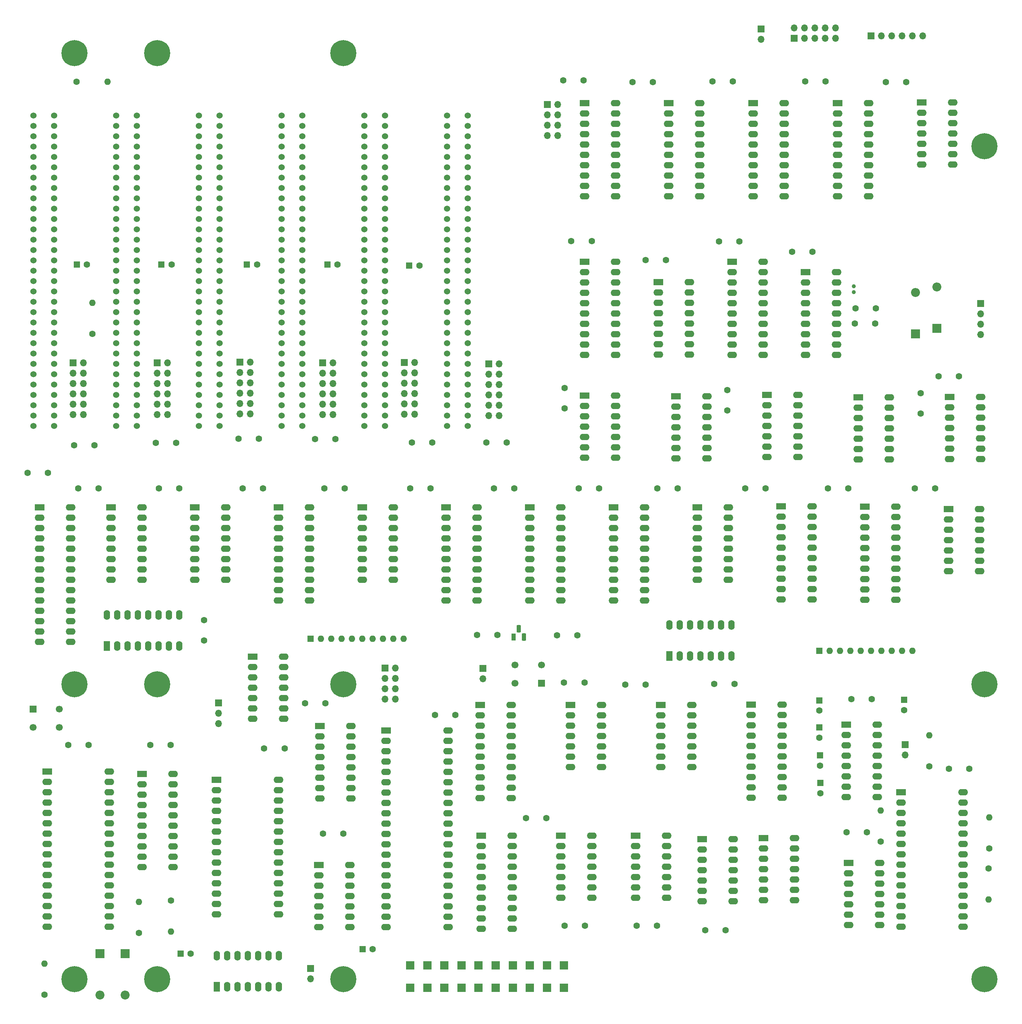
<source format=gbs>
%TF.GenerationSoftware,KiCad,Pcbnew,9.0.2*%
%TF.CreationDate,2025-10-12T15:23:32-05:00*%
%TF.ProjectId,6502PC-6U,36353032-5043-42d3-9655-2e6b69636164,6/20/2025 004*%
%TF.SameCoordinates,Original*%
%TF.FileFunction,Soldermask,Bot*%
%TF.FilePolarity,Negative*%
%FSLAX46Y46*%
G04 Gerber Fmt 4.6, Leading zero omitted, Abs format (unit mm)*
G04 Created by KiCad (PCBNEW 9.0.2) date 2025-10-12 15:23:32*
%MOMM*%
%LPD*%
G01*
G04 APERTURE LIST*
G04 Aperture macros list*
%AMRoundRect*
0 Rectangle with rounded corners*
0 $1 Rounding radius*
0 $2 $3 $4 $5 $6 $7 $8 $9 X,Y pos of 4 corners*
0 Add a 4 corners polygon primitive as box body*
4,1,4,$2,$3,$4,$5,$6,$7,$8,$9,$2,$3,0*
0 Add four circle primitives for the rounded corners*
1,1,$1+$1,$2,$3*
1,1,$1+$1,$4,$5*
1,1,$1+$1,$6,$7*
1,1,$1+$1,$8,$9*
0 Add four rect primitives between the rounded corners*
20,1,$1+$1,$2,$3,$4,$5,0*
20,1,$1+$1,$4,$5,$6,$7,0*
20,1,$1+$1,$6,$7,$8,$9,0*
20,1,$1+$1,$8,$9,$2,$3,0*%
G04 Aperture macros list end*
%ADD10R,2.400000X1.600000*%
%ADD11O,2.400000X1.600000*%
%ADD12R,1.700000X1.700000*%
%ADD13C,1.700000*%
%ADD14O,1.700000X1.700000*%
%ADD15R,1.600000X1.600000*%
%ADD16O,1.600000X1.600000*%
%ADD17C,1.600000*%
%ADD18R,1.600000X2.400000*%
%ADD19O,1.600000X2.400000*%
%ADD20R,2.200000X2.200000*%
%ADD21O,2.200000X2.200000*%
%ADD22C,1.000000*%
%ADD23C,3.600000*%
%ADD24C,6.400000*%
%ADD25R,2.125980X2.125980*%
%ADD26C,1.524000*%
%ADD27R,1.100000X1.800000*%
%ADD28RoundRect,0.275000X-0.275000X-0.625000X0.275000X-0.625000X0.275000X0.625000X-0.275000X0.625000X0*%
G04 APERTURE END LIST*
D10*
%TO.C,U13*%
X159512000Y-232664000D03*
D11*
X159512000Y-235204000D03*
X159512000Y-237744000D03*
X159512000Y-240284000D03*
X159512000Y-242824000D03*
X159512000Y-245364000D03*
X159512000Y-247904000D03*
X159512000Y-250444000D03*
X159512000Y-252984000D03*
X159512000Y-255524000D03*
X159512000Y-258064000D03*
X159512000Y-260604000D03*
X159512000Y-263144000D03*
X159512000Y-265684000D03*
X159512000Y-268224000D03*
X159512000Y-270764000D03*
X159512000Y-273304000D03*
X159512000Y-275844000D03*
X159512000Y-278384000D03*
X159512000Y-280924000D03*
X174752000Y-280924000D03*
X174752000Y-278384000D03*
X174752000Y-275844000D03*
X174752000Y-273304000D03*
X174752000Y-270764000D03*
X174752000Y-268224000D03*
X174752000Y-265684000D03*
X174752000Y-263144000D03*
X174752000Y-260604000D03*
X174752000Y-258064000D03*
X174752000Y-255524000D03*
X174752000Y-252984000D03*
X174752000Y-250444000D03*
X174752000Y-247904000D03*
X174752000Y-245364000D03*
X174752000Y-242824000D03*
X174752000Y-240284000D03*
X174752000Y-237744000D03*
X174752000Y-235204000D03*
X174752000Y-232664000D03*
%TD*%
D10*
%TO.C,U11*%
X117820000Y-244750000D03*
D11*
X117820000Y-247290000D03*
X117820000Y-249830000D03*
X117820000Y-252370000D03*
X117820000Y-254910000D03*
X117820000Y-257450000D03*
X117820000Y-259990000D03*
X117820000Y-262530000D03*
X117820000Y-265070000D03*
X117820000Y-267610000D03*
X117820000Y-270150000D03*
X117820000Y-272690000D03*
X117820000Y-275230000D03*
X117820000Y-277770000D03*
X133060000Y-277770000D03*
X133060000Y-275230000D03*
X133060000Y-272690000D03*
X133060000Y-270150000D03*
X133060000Y-267610000D03*
X133060000Y-265070000D03*
X133060000Y-262530000D03*
X133060000Y-259990000D03*
X133060000Y-257450000D03*
X133060000Y-254910000D03*
X133060000Y-252370000D03*
X133060000Y-249830000D03*
X133060000Y-247290000D03*
X133060000Y-244750000D03*
%TD*%
D12*
%TO.C,SW1*%
X72764200Y-227386200D03*
D13*
X79264200Y-227386200D03*
X72764200Y-231886200D03*
X79264200Y-231886200D03*
%TD*%
D12*
%TO.C,SW2*%
X197668200Y-221042800D03*
D13*
X191168200Y-221042800D03*
X197668200Y-216542800D03*
X191168200Y-216542800D03*
%TD*%
D12*
%TO.C,P16*%
X305577200Y-127806800D03*
D14*
X305577200Y-130346800D03*
X305577200Y-132886800D03*
X305577200Y-135426800D03*
%TD*%
D12*
%TO.C,K1*%
X118364000Y-225882200D03*
D14*
X118364000Y-228422200D03*
X118364000Y-230962200D03*
%TD*%
D12*
%TO.C,P12*%
X140988600Y-291033600D03*
D14*
X140988600Y-293573600D03*
%TD*%
D12*
%TO.C,JP1*%
X183289800Y-217417400D03*
D14*
X183289800Y-219957400D03*
%TD*%
D12*
%TO.C,JP3*%
X286994600Y-236118400D03*
D14*
X286994600Y-238658400D03*
%TD*%
D15*
%TO.C,RR1*%
X265938000Y-213055200D03*
D16*
X268478000Y-213055200D03*
X271018000Y-213055200D03*
X273558000Y-213055200D03*
X276098000Y-213055200D03*
X278638000Y-213055200D03*
X281178000Y-213055200D03*
X283718000Y-213055200D03*
X286258000Y-213055200D03*
X288798000Y-213055200D03*
%TD*%
D15*
%TO.C,RR2*%
X140970000Y-210108800D03*
D16*
X143510000Y-210108800D03*
X146050000Y-210108800D03*
X148590000Y-210108800D03*
X151130000Y-210108800D03*
X153670000Y-210108800D03*
X156210000Y-210108800D03*
X158750000Y-210108800D03*
X161290000Y-210108800D03*
X163830000Y-210108800D03*
%TD*%
D17*
%TO.C,R6*%
X307695600Y-261645400D03*
D16*
X307695600Y-254025400D03*
%TD*%
D17*
%TO.C,R7*%
X281017400Y-259915000D03*
D16*
X281017400Y-252295000D03*
%TD*%
D17*
%TO.C,R4*%
X292938200Y-241477800D03*
D16*
X292938200Y-233857800D03*
%TD*%
D17*
%TO.C,R1*%
X106654600Y-274396200D03*
D16*
X106654600Y-282016200D03*
%TD*%
D17*
%TO.C,R3*%
X98780600Y-282321000D03*
D16*
X98780600Y-274701000D03*
%TD*%
D17*
%TO.C,R2*%
X75582200Y-297507000D03*
D16*
X75582200Y-289887000D03*
%TD*%
D12*
%TO.C,P18*%
X259715000Y-62687200D03*
D14*
X259715000Y-60147200D03*
X262255000Y-62687200D03*
X262255000Y-60147200D03*
X264795000Y-62687200D03*
X264795000Y-60147200D03*
X267335000Y-62687200D03*
X267335000Y-60147200D03*
X269875000Y-62687200D03*
X269875000Y-60147200D03*
%TD*%
D12*
%TO.C,P15*%
X159220800Y-217312400D03*
D14*
X161760800Y-217312400D03*
X159220800Y-219852400D03*
X161760800Y-219852400D03*
X159220800Y-222392400D03*
X161760800Y-222392400D03*
X159220800Y-224932400D03*
X161760800Y-224932400D03*
%TD*%
D12*
%TO.C,P1*%
X199161400Y-78994000D03*
D14*
X201701400Y-78994000D03*
X199161400Y-81534000D03*
X201701400Y-81534000D03*
X199161400Y-84074000D03*
X201701400Y-84074000D03*
X199161400Y-86614000D03*
X201701400Y-86614000D03*
%TD*%
D10*
%TO.C,U9*%
X253099900Y-150266400D03*
D11*
X253099900Y-152806400D03*
X253099900Y-155346400D03*
X253099900Y-157886400D03*
X253099900Y-160426400D03*
X253099900Y-162966400D03*
X253099900Y-165506400D03*
X260719900Y-165506400D03*
X260719900Y-162966400D03*
X260719900Y-160426400D03*
X260719900Y-157886400D03*
X260719900Y-155346400D03*
X260719900Y-152806400D03*
X260719900Y-150266400D03*
%TD*%
D10*
%TO.C,U8*%
X76289800Y-242732400D03*
D11*
X76289800Y-245272400D03*
X76289800Y-247812400D03*
X76289800Y-250352400D03*
X76289800Y-252892400D03*
X76289800Y-255432400D03*
X76289800Y-257972400D03*
X76289800Y-260512400D03*
X76289800Y-263052400D03*
X76289800Y-265592400D03*
X76289800Y-268132400D03*
X76289800Y-270672400D03*
X76289800Y-273212400D03*
X76289800Y-275752400D03*
X76289800Y-278292400D03*
X76289800Y-280832400D03*
X91529800Y-280832400D03*
X91529800Y-278292400D03*
X91529800Y-275752400D03*
X91529800Y-273212400D03*
X91529800Y-270672400D03*
X91529800Y-268132400D03*
X91529800Y-265592400D03*
X91529800Y-263052400D03*
X91529800Y-260512400D03*
X91529800Y-257972400D03*
X91529800Y-255432400D03*
X91529800Y-252892400D03*
X91529800Y-250352400D03*
X91529800Y-247812400D03*
X91529800Y-245272400D03*
X91529800Y-242732400D03*
%TD*%
D10*
%TO.C,U48*%
X285971800Y-247782400D03*
D11*
X285971800Y-250322400D03*
X285971800Y-252862400D03*
X285971800Y-255402400D03*
X285971800Y-257942400D03*
X285971800Y-260482400D03*
X285971800Y-263022400D03*
X285971800Y-265562400D03*
X285971800Y-268102400D03*
X285971800Y-270642400D03*
X285971800Y-273182400D03*
X285971800Y-275722400D03*
X285971800Y-278262400D03*
X285971800Y-280802400D03*
X301211800Y-280802400D03*
X301211800Y-278262400D03*
X301211800Y-275722400D03*
X301211800Y-273182400D03*
X301211800Y-270642400D03*
X301211800Y-268102400D03*
X301211800Y-265562400D03*
X301211800Y-263022400D03*
X301211800Y-260482400D03*
X301211800Y-257942400D03*
X301211800Y-255402400D03*
X301211800Y-252862400D03*
X301211800Y-250322400D03*
X301211800Y-247782400D03*
%TD*%
D10*
%TO.C,U40*%
X74447400Y-177850800D03*
D11*
X74447400Y-180390800D03*
X74447400Y-182930800D03*
X74447400Y-185470800D03*
X74447400Y-188010800D03*
X74447400Y-190550800D03*
X74447400Y-193090800D03*
X74447400Y-195630800D03*
X74447400Y-198170800D03*
X74447400Y-200710800D03*
X74447400Y-203250800D03*
X74447400Y-205790800D03*
X74447400Y-208330800D03*
X74447400Y-210870800D03*
X82067400Y-210870800D03*
X82067400Y-208330800D03*
X82067400Y-205790800D03*
X82067400Y-203250800D03*
X82067400Y-200710800D03*
X82067400Y-198170800D03*
X82067400Y-195630800D03*
X82067400Y-193090800D03*
X82067400Y-190550800D03*
X82067400Y-188010800D03*
X82067400Y-185470800D03*
X82067400Y-182930800D03*
X82067400Y-180390800D03*
X82067400Y-177850800D03*
%TD*%
D10*
%TO.C,U38*%
X215385600Y-177850800D03*
D11*
X215385600Y-180390800D03*
X215385600Y-182930800D03*
X215385600Y-185470800D03*
X215385600Y-188010800D03*
X215385600Y-190550800D03*
X215385600Y-193090800D03*
X215385600Y-195630800D03*
X215385600Y-198170800D03*
X215385600Y-200710800D03*
X223005600Y-200710800D03*
X223005600Y-198170800D03*
X223005600Y-195630800D03*
X223005600Y-193090800D03*
X223005600Y-190550800D03*
X223005600Y-188010800D03*
X223005600Y-185470800D03*
X223005600Y-182930800D03*
X223005600Y-180390800D03*
X223005600Y-177850800D03*
%TD*%
D10*
%TO.C,U46*%
X182651400Y-226364800D03*
D11*
X182651400Y-228904800D03*
X182651400Y-231444800D03*
X182651400Y-233984800D03*
X182651400Y-236524800D03*
X182651400Y-239064800D03*
X182651400Y-241604800D03*
X182651400Y-244144800D03*
X182651400Y-246684800D03*
X182651400Y-249224800D03*
X190271400Y-249224800D03*
X190271400Y-246684800D03*
X190271400Y-244144800D03*
X190271400Y-241604800D03*
X190271400Y-239064800D03*
X190271400Y-236524800D03*
X190271400Y-233984800D03*
X190271400Y-231444800D03*
X190271400Y-228904800D03*
X190271400Y-226364800D03*
%TD*%
D10*
%TO.C,U31*%
X277112400Y-177673000D03*
D11*
X277112400Y-180213000D03*
X277112400Y-182753000D03*
X277112400Y-185293000D03*
X277112400Y-187833000D03*
X277112400Y-190373000D03*
X277112400Y-192913000D03*
X277112400Y-195453000D03*
X277112400Y-197993000D03*
X277112400Y-200533000D03*
X284732400Y-200533000D03*
X284732400Y-197993000D03*
X284732400Y-195453000D03*
X284732400Y-192913000D03*
X284732400Y-190373000D03*
X284732400Y-187833000D03*
X284732400Y-185293000D03*
X284732400Y-182753000D03*
X284732400Y-180213000D03*
X284732400Y-177673000D03*
%TD*%
D10*
%TO.C,U39*%
X174234500Y-177850800D03*
D11*
X174234500Y-180390800D03*
X174234500Y-182930800D03*
X174234500Y-185470800D03*
X174234500Y-188010800D03*
X174234500Y-190550800D03*
X174234500Y-193090800D03*
X174234500Y-195630800D03*
X174234500Y-198170800D03*
X174234500Y-200710800D03*
X181854500Y-200710800D03*
X181854500Y-198170800D03*
X181854500Y-195630800D03*
X181854500Y-193090800D03*
X181854500Y-190550800D03*
X181854500Y-188010800D03*
X181854500Y-185470800D03*
X181854500Y-182930800D03*
X181854500Y-180390800D03*
X181854500Y-177850800D03*
%TD*%
D10*
%TO.C,U28*%
X249673900Y-78657800D03*
D11*
X249673900Y-81197800D03*
X249673900Y-83737800D03*
X249673900Y-86277800D03*
X249673900Y-88817800D03*
X249673900Y-91357800D03*
X249673900Y-93897800D03*
X249673900Y-96437800D03*
X249673900Y-98977800D03*
X249673900Y-101517800D03*
X257293900Y-101517800D03*
X257293900Y-98977800D03*
X257293900Y-96437800D03*
X257293900Y-93897800D03*
X257293900Y-91357800D03*
X257293900Y-88817800D03*
X257293900Y-86277800D03*
X257293900Y-83737800D03*
X257293900Y-81197800D03*
X257293900Y-78657800D03*
%TD*%
D10*
%TO.C,U3*%
X270379000Y-78657800D03*
D11*
X270379000Y-81197800D03*
X270379000Y-83737800D03*
X270379000Y-86277800D03*
X270379000Y-88817800D03*
X270379000Y-91357800D03*
X270379000Y-93897800D03*
X270379000Y-96437800D03*
X270379000Y-98977800D03*
X270379000Y-101517800D03*
X277999000Y-101517800D03*
X277999000Y-98977800D03*
X277999000Y-96437800D03*
X277999000Y-93897800D03*
X277999000Y-91357800D03*
X277999000Y-88817800D03*
X277999000Y-86277800D03*
X277999000Y-83737800D03*
X277999000Y-81197800D03*
X277999000Y-78657800D03*
%TD*%
D10*
%TO.C,U36*%
X194810100Y-177850800D03*
D11*
X194810100Y-180390800D03*
X194810100Y-182930800D03*
X194810100Y-185470800D03*
X194810100Y-188010800D03*
X194810100Y-190550800D03*
X194810100Y-193090800D03*
X194810100Y-195630800D03*
X194810100Y-198170800D03*
X194810100Y-200710800D03*
X202430100Y-200710800D03*
X202430100Y-198170800D03*
X202430100Y-195630800D03*
X202430100Y-193090800D03*
X202430100Y-190550800D03*
X202430100Y-188010800D03*
X202430100Y-185470800D03*
X202430100Y-182930800D03*
X202430100Y-180390800D03*
X202430100Y-177850800D03*
%TD*%
D10*
%TO.C,U34*%
X256536800Y-177647600D03*
D11*
X256536800Y-180187600D03*
X256536800Y-182727600D03*
X256536800Y-185267600D03*
X256536800Y-187807600D03*
X256536800Y-190347600D03*
X256536800Y-192887600D03*
X256536800Y-195427600D03*
X256536800Y-197967600D03*
X256536800Y-200507600D03*
X264156800Y-200507600D03*
X264156800Y-197967600D03*
X264156800Y-195427600D03*
X264156800Y-192887600D03*
X264156800Y-190347600D03*
X264156800Y-187807600D03*
X264156800Y-185267600D03*
X264156800Y-182727600D03*
X264156800Y-180187600D03*
X264156800Y-177647600D03*
%TD*%
D10*
%TO.C,U41*%
X133083300Y-177850800D03*
D11*
X133083300Y-180390800D03*
X133083300Y-182930800D03*
X133083300Y-185470800D03*
X133083300Y-188010800D03*
X133083300Y-190550800D03*
X133083300Y-193090800D03*
X133083300Y-195630800D03*
X133083300Y-198170800D03*
X133083300Y-200710800D03*
X140703300Y-200710800D03*
X140703300Y-198170800D03*
X140703300Y-195630800D03*
X140703300Y-193090800D03*
X140703300Y-190550800D03*
X140703300Y-188010800D03*
X140703300Y-185470800D03*
X140703300Y-182930800D03*
X140703300Y-180390800D03*
X140703300Y-177850800D03*
%TD*%
D10*
%TO.C,U30*%
X143256000Y-231521000D03*
D11*
X143256000Y-234061000D03*
X143256000Y-236601000D03*
X143256000Y-239141000D03*
X143256000Y-241681000D03*
X143256000Y-244221000D03*
X143256000Y-246761000D03*
X143256000Y-249301000D03*
X150876000Y-249301000D03*
X150876000Y-246761000D03*
X150876000Y-244221000D03*
X150876000Y-241681000D03*
X150876000Y-239141000D03*
X150876000Y-236601000D03*
X150876000Y-234061000D03*
X150876000Y-231521000D03*
%TD*%
D10*
%TO.C,U49*%
X272509800Y-231196200D03*
D11*
X272509800Y-233736200D03*
X272509800Y-236276200D03*
X272509800Y-238816200D03*
X272509800Y-241356200D03*
X272509800Y-243896200D03*
X272509800Y-246436200D03*
X272509800Y-248976200D03*
X280129800Y-248976200D03*
X280129800Y-246436200D03*
X280129800Y-243896200D03*
X280129800Y-241356200D03*
X280129800Y-238816200D03*
X280129800Y-236276200D03*
X280129800Y-233736200D03*
X280129800Y-231196200D03*
%TD*%
D10*
%TO.C,U42*%
X235961200Y-177850800D03*
D11*
X235961200Y-180390800D03*
X235961200Y-182930800D03*
X235961200Y-185470800D03*
X235961200Y-188010800D03*
X235961200Y-190550800D03*
X235961200Y-193090800D03*
X235961200Y-195630800D03*
X243581200Y-195630800D03*
X243581200Y-193090800D03*
X243581200Y-190550800D03*
X243581200Y-188010800D03*
X243581200Y-185470800D03*
X243581200Y-182930800D03*
X243581200Y-180390800D03*
X243581200Y-177850800D03*
%TD*%
D10*
%TO.C,P17*%
X273138800Y-265146200D03*
D11*
X273138800Y-267686200D03*
X273138800Y-270226200D03*
X273138800Y-272766200D03*
X273138800Y-275306200D03*
X273138800Y-277846200D03*
X273138800Y-280386200D03*
X280758800Y-280386200D03*
X280758800Y-277846200D03*
X280758800Y-275306200D03*
X280758800Y-272766200D03*
X280758800Y-270226200D03*
X280758800Y-267686200D03*
X280758800Y-265146200D03*
%TD*%
D18*
%TO.C,U19*%
X117950800Y-295534400D03*
D19*
X120490800Y-295534400D03*
X123030800Y-295534400D03*
X125570800Y-295534400D03*
X128110800Y-295534400D03*
X130650800Y-295534400D03*
X133190800Y-295534400D03*
X133190800Y-287914400D03*
X130650800Y-287914400D03*
X128110800Y-287914400D03*
X125570800Y-287914400D03*
X123030800Y-287914400D03*
X120490800Y-287914400D03*
X117950800Y-287914400D03*
%TD*%
D10*
%TO.C,P14*%
X142969800Y-265689400D03*
D11*
X142969800Y-268229400D03*
X142969800Y-270769400D03*
X142969800Y-273309400D03*
X142969800Y-275849400D03*
X142969800Y-278389400D03*
X142969800Y-280929400D03*
X150589800Y-280929400D03*
X150589800Y-278389400D03*
X150589800Y-275849400D03*
X150589800Y-273309400D03*
X150589800Y-270769400D03*
X150589800Y-268229400D03*
X150589800Y-265689400D03*
%TD*%
D18*
%TO.C,U7*%
X229108000Y-214376000D03*
D19*
X231648000Y-214376000D03*
X234188000Y-214376000D03*
X236728000Y-214376000D03*
X239268000Y-214376000D03*
X241808000Y-214376000D03*
X244348000Y-214376000D03*
X244348000Y-206756000D03*
X241808000Y-206756000D03*
X239268000Y-206756000D03*
X236728000Y-206756000D03*
X234188000Y-206756000D03*
X231648000Y-206756000D03*
X229108000Y-206756000D03*
%TD*%
D20*
%TO.C,D2*%
X89197800Y-287453400D03*
D21*
X89197800Y-297613400D03*
%TD*%
D20*
%TO.C,D1*%
X95395400Y-287453400D03*
D21*
X95395400Y-297613400D03*
%TD*%
D17*
%TO.C,C29*%
X123259400Y-160990600D03*
X128259400Y-160990600D03*
%TD*%
%TO.C,C46*%
X102934600Y-162030600D03*
X107934600Y-162030600D03*
%TD*%
%TO.C,C44*%
X124286000Y-173252000D03*
X129286000Y-173252000D03*
%TD*%
%TO.C,C42*%
X237925600Y-281686000D03*
X242925600Y-281686000D03*
%TD*%
%TO.C,C39*%
X241303800Y-112598200D03*
X246303800Y-112598200D03*
%TD*%
%TO.C,C36*%
X272636800Y-257612200D03*
X277636800Y-257612200D03*
%TD*%
%TO.C,C25*%
X268050000Y-173252000D03*
X273050000Y-173252000D03*
%TD*%
%TO.C,C48*%
X82868600Y-162589400D03*
X87868600Y-162589400D03*
%TD*%
%TO.C,C50*%
X206836000Y-173252000D03*
X211836000Y-173252000D03*
%TD*%
%TO.C,C52*%
X203229200Y-220853000D03*
X208229200Y-220853000D03*
%TD*%
%TO.C,C54*%
X103712000Y-173252000D03*
X108712000Y-173252000D03*
%TD*%
%TO.C,C62*%
X144352000Y-173228000D03*
X149352000Y-173228000D03*
%TD*%
%TO.C,C58*%
X144031800Y-257966400D03*
X149031800Y-257966400D03*
%TD*%
%TO.C,C24*%
X259236200Y-115112800D03*
X264236200Y-115112800D03*
%TD*%
%TO.C,C23*%
X201502000Y-209296000D03*
X206502000Y-209296000D03*
%TD*%
%TO.C,C27*%
X297768000Y-242087400D03*
X302768000Y-242087400D03*
%TD*%
%TO.C,C19*%
X165434000Y-173252000D03*
X170434000Y-173252000D03*
%TD*%
%TO.C,C31*%
X101553000Y-236194600D03*
X106553000Y-236194600D03*
%TD*%
%TO.C,C38*%
X83900000Y-173252000D03*
X88900000Y-173252000D03*
%TD*%
%TO.C,C15*%
X193882000Y-254127000D03*
X198882000Y-254127000D03*
%TD*%
%TO.C,C11*%
X218266000Y-221361000D03*
X223266000Y-221361000D03*
%TD*%
%TO.C,C7*%
X290830000Y-149863800D03*
X290830000Y-154863800D03*
%TD*%
%TO.C,C20*%
X262462000Y-73304400D03*
X267462000Y-73304400D03*
%TD*%
%TO.C,C16*%
X247696000Y-173252000D03*
X252696000Y-173252000D03*
%TD*%
%TO.C,C12*%
X226140000Y-173252000D03*
X231140000Y-173252000D03*
%TD*%
%TO.C,C8*%
X205007200Y-112547400D03*
X210007200Y-112547400D03*
%TD*%
%TO.C,C5*%
X185974000Y-173252000D03*
X190974000Y-173252000D03*
%TD*%
%TO.C,C9*%
X221081600Y-280593800D03*
X226081600Y-280593800D03*
%TD*%
%TO.C,C13*%
X114757200Y-210591400D03*
X114757200Y-205591400D03*
%TD*%
%TO.C,C21*%
X165825000Y-161929000D03*
X170825000Y-161929000D03*
%TD*%
D15*
%TO.C,C61*%
X265970400Y-231920600D03*
D17*
X265970400Y-234420600D03*
%TD*%
D15*
%TO.C,C65*%
X266217400Y-245530500D03*
D17*
X266217400Y-248030500D03*
%TD*%
D15*
%TO.C,C35*%
X109006000Y-287426400D03*
D17*
X111506000Y-287426400D03*
%TD*%
D15*
%TO.C,C2*%
X83523000Y-118267800D03*
D17*
X86023000Y-118267800D03*
%TD*%
D15*
%TO.C,C3*%
X125310000Y-118267800D03*
D17*
X127810000Y-118267800D03*
%TD*%
D15*
%TO.C,C28*%
X153739400Y-286365000D03*
D17*
X156239400Y-286365000D03*
%TD*%
D15*
%TO.C,C63*%
X266065000Y-238760000D03*
D17*
X266065000Y-241260000D03*
%TD*%
D15*
%TO.C,C4*%
X104329600Y-118267800D03*
D17*
X106829600Y-118267800D03*
%TD*%
D15*
%TO.C,C1*%
X145103400Y-118267800D03*
D17*
X147603400Y-118267800D03*
%TD*%
D15*
%TO.C,C64*%
X265887200Y-225247200D03*
D17*
X265887200Y-227747200D03*
%TD*%
D15*
%TO.C,C66*%
X286715200Y-225145600D03*
D17*
X286715200Y-227645600D03*
%TD*%
D22*
%TO.C,X1*%
X274411400Y-125063600D03*
X274411400Y-123563600D03*
%TD*%
D23*
%TO.C,P6*%
X149040400Y-66372400D03*
D24*
X149040400Y-66372400D03*
%TD*%
D23*
%TO.C,P5*%
X83000400Y-293702400D03*
D24*
X83000400Y-293702400D03*
%TD*%
D23*
%TO.C,P3*%
X103320400Y-293702400D03*
D24*
X103320400Y-293702400D03*
%TD*%
D23*
%TO.C,P2*%
X103320400Y-66372400D03*
D24*
X103320400Y-66372400D03*
%TD*%
D23*
%TO.C,P7*%
X83000400Y-66372400D03*
D24*
X83000400Y-66372400D03*
%TD*%
D25*
%TO.C,P11*%
X203221100Y-295829020D03*
X203221100Y-290327380D03*
X199019940Y-295829020D03*
X199019940Y-290327380D03*
X194821320Y-295829020D03*
X194821320Y-290327380D03*
X190620160Y-295829020D03*
X190620160Y-290327380D03*
X186421540Y-295829020D03*
X186421540Y-290327380D03*
X182220380Y-295829020D03*
X182220380Y-290327380D03*
X178021760Y-295829020D03*
X178021760Y-290327380D03*
X173820600Y-295829020D03*
X173820600Y-290327380D03*
X169621980Y-295829020D03*
X169621980Y-290327380D03*
X165420820Y-295829020D03*
X165420820Y-290327380D03*
%TD*%
D17*
%TO.C,C37*%
X239652800Y-73304400D03*
X244652800Y-73304400D03*
%TD*%
%TO.C,C6*%
X295222000Y-145684600D03*
X300222000Y-145684600D03*
%TD*%
%TO.C,C10*%
X203026000Y-73050400D03*
X208026000Y-73050400D03*
%TD*%
%TO.C,C14*%
X203352400Y-280593800D03*
X208352400Y-280593800D03*
%TD*%
%TO.C,C18*%
X223244400Y-117195600D03*
X228244400Y-117195600D03*
%TD*%
%TO.C,C22*%
X71454000Y-169418000D03*
X76454000Y-169418000D03*
%TD*%
%TO.C,C26*%
X282274000Y-73455400D03*
X287274000Y-73455400D03*
%TD*%
%TO.C,C30*%
X289352000Y-173252000D03*
X294352000Y-173252000D03*
%TD*%
%TO.C,C33*%
X81454800Y-236225400D03*
X86454800Y-236225400D03*
%TD*%
%TO.C,C40*%
X220010000Y-73507600D03*
X225010000Y-73507600D03*
%TD*%
%TO.C,C43*%
X142050600Y-161116200D03*
X147050600Y-161116200D03*
%TD*%
%TO.C,C45*%
X139620800Y-225938400D03*
X144620800Y-225938400D03*
%TD*%
%TO.C,C47*%
X171555400Y-228854000D03*
X176555400Y-228854000D03*
%TD*%
%TO.C,C49*%
X240110000Y-221234000D03*
X245110000Y-221234000D03*
%TD*%
%TO.C,C51*%
X243332000Y-149098000D03*
X243332000Y-154098000D03*
%TD*%
%TO.C,C53*%
X203352400Y-148539200D03*
X203352400Y-153539200D03*
%TD*%
D10*
%TO.C,U45*%
X99568000Y-243332000D03*
D11*
X99568000Y-245872000D03*
X99568000Y-248412000D03*
X99568000Y-250952000D03*
X99568000Y-253492000D03*
X99568000Y-256032000D03*
X99568000Y-258572000D03*
X99568000Y-261112000D03*
X99568000Y-263652000D03*
X99568000Y-266192000D03*
X107188000Y-266192000D03*
X107188000Y-263652000D03*
X107188000Y-261112000D03*
X107188000Y-258572000D03*
X107188000Y-256032000D03*
X107188000Y-253492000D03*
X107188000Y-250952000D03*
X107188000Y-248412000D03*
X107188000Y-245872000D03*
X107188000Y-243332000D03*
%TD*%
D10*
%TO.C,U26*%
X208263800Y-117560600D03*
D11*
X208263800Y-120100600D03*
X208263800Y-122640600D03*
X208263800Y-125180600D03*
X208263800Y-127720600D03*
X208263800Y-130260600D03*
X208263800Y-132800600D03*
X208263800Y-135340600D03*
X208263800Y-137880600D03*
X208263800Y-140420600D03*
X215883800Y-140420600D03*
X215883800Y-137880600D03*
X215883800Y-135340600D03*
X215883800Y-132800600D03*
X215883800Y-130260600D03*
X215883800Y-127720600D03*
X215883800Y-125180600D03*
X215883800Y-122640600D03*
X215883800Y-120100600D03*
X215883800Y-117560600D03*
%TD*%
D10*
%TO.C,U2*%
X228968900Y-78657800D03*
D11*
X228968900Y-81197800D03*
X228968900Y-83737800D03*
X228968900Y-86277800D03*
X228968900Y-88817800D03*
X228968900Y-91357800D03*
X228968900Y-93897800D03*
X228968900Y-96437800D03*
X228968900Y-98977800D03*
X228968900Y-101517800D03*
X236588900Y-101517800D03*
X236588900Y-98977800D03*
X236588900Y-96437800D03*
X236588900Y-93897800D03*
X236588900Y-91357800D03*
X236588900Y-88817800D03*
X236588900Y-86277800D03*
X236588900Y-83737800D03*
X236588900Y-81197800D03*
X236588900Y-78657800D03*
%TD*%
D10*
%TO.C,U25*%
X208263800Y-78657800D03*
D11*
X208263800Y-81197800D03*
X208263800Y-83737800D03*
X208263800Y-86277800D03*
X208263800Y-88817800D03*
X208263800Y-91357800D03*
X208263800Y-93897800D03*
X208263800Y-96437800D03*
X208263800Y-98977800D03*
X208263800Y-101517800D03*
X215883800Y-101517800D03*
X215883800Y-98977800D03*
X215883800Y-96437800D03*
X215883800Y-93897800D03*
X215883800Y-91357800D03*
X215883800Y-88817800D03*
X215883800Y-86277800D03*
X215883800Y-83737800D03*
X215883800Y-81197800D03*
X215883800Y-78657800D03*
%TD*%
D10*
%TO.C,U27*%
X244471300Y-117560600D03*
D11*
X244471300Y-120100600D03*
X244471300Y-122640600D03*
X244471300Y-125180600D03*
X244471300Y-127720600D03*
X244471300Y-130260600D03*
X244471300Y-132800600D03*
X244471300Y-135340600D03*
X244471300Y-137880600D03*
X244471300Y-140420600D03*
X252091300Y-140420600D03*
X252091300Y-137880600D03*
X252091300Y-135340600D03*
X252091300Y-132800600D03*
X252091300Y-130260600D03*
X252091300Y-127720600D03*
X252091300Y-125180600D03*
X252091300Y-122640600D03*
X252091300Y-120100600D03*
X252091300Y-117560600D03*
%TD*%
D10*
%TO.C,U4*%
X220802200Y-258470400D03*
D11*
X220802200Y-261010400D03*
X220802200Y-263550400D03*
X220802200Y-266090400D03*
X220802200Y-268630400D03*
X220802200Y-271170400D03*
X220802200Y-273710400D03*
X228422200Y-273710400D03*
X228422200Y-271170400D03*
X228422200Y-268630400D03*
X228422200Y-266090400D03*
X228422200Y-263550400D03*
X228422200Y-261010400D03*
X228422200Y-258470400D03*
%TD*%
D10*
%TO.C,U6*%
X297936000Y-150790000D03*
D11*
X297936000Y-153330000D03*
X297936000Y-155870000D03*
X297936000Y-158410000D03*
X297936000Y-160950000D03*
X297936000Y-163490000D03*
X297936000Y-166030000D03*
X305556000Y-166030000D03*
X305556000Y-163490000D03*
X305556000Y-160950000D03*
X305556000Y-158410000D03*
X305556000Y-155870000D03*
X305556000Y-153330000D03*
X305556000Y-150790000D03*
%TD*%
D10*
%TO.C,U5*%
X204825600Y-226364800D03*
D11*
X204825600Y-228904800D03*
X204825600Y-231444800D03*
X204825600Y-233984800D03*
X204825600Y-236524800D03*
X204825600Y-239064800D03*
X204825600Y-241604800D03*
X212445600Y-241604800D03*
X212445600Y-239064800D03*
X212445600Y-236524800D03*
X212445600Y-233984800D03*
X212445600Y-231444800D03*
X212445600Y-228904800D03*
X212445600Y-226364800D03*
%TD*%
D10*
%TO.C,U44*%
X112507700Y-177850800D03*
D11*
X112507700Y-180390800D03*
X112507700Y-182930800D03*
X112507700Y-185470800D03*
X112507700Y-188010800D03*
X112507700Y-190550800D03*
X112507700Y-193090800D03*
X112507700Y-195630800D03*
X120127700Y-195630800D03*
X120127700Y-193090800D03*
X120127700Y-190550800D03*
X120127700Y-188010800D03*
X120127700Y-185470800D03*
X120127700Y-182930800D03*
X120127700Y-180390800D03*
X120127700Y-177850800D03*
%TD*%
D18*
%TO.C,U37*%
X90957400Y-211912200D03*
D19*
X93497400Y-211912200D03*
X96037400Y-211912200D03*
X98577400Y-211912200D03*
X101117400Y-211912200D03*
X103657400Y-211912200D03*
X106197400Y-211912200D03*
X108737400Y-211912200D03*
X108737400Y-204292200D03*
X106197400Y-204292200D03*
X103657400Y-204292200D03*
X101117400Y-204292200D03*
X98577400Y-204292200D03*
X96037400Y-204292200D03*
X93497400Y-204292200D03*
X90957400Y-204292200D03*
%TD*%
D10*
%TO.C,U43*%
X91932100Y-177850800D03*
D11*
X91932100Y-180390800D03*
X91932100Y-182930800D03*
X91932100Y-185470800D03*
X91932100Y-188010800D03*
X91932100Y-190550800D03*
X91932100Y-193090800D03*
X91932100Y-195630800D03*
X99552100Y-195630800D03*
X99552100Y-193090800D03*
X99552100Y-190550800D03*
X99552100Y-188010800D03*
X99552100Y-185470800D03*
X99552100Y-182930800D03*
X99552100Y-180390800D03*
X99552100Y-177850800D03*
%TD*%
D10*
%TO.C,U35*%
X153658900Y-177850800D03*
D11*
X153658900Y-180390800D03*
X153658900Y-182930800D03*
X153658900Y-185470800D03*
X153658900Y-188010800D03*
X153658900Y-190550800D03*
X153658900Y-193090800D03*
X153658900Y-195630800D03*
X161278900Y-195630800D03*
X161278900Y-193090800D03*
X161278900Y-190550800D03*
X161278900Y-188010800D03*
X161278900Y-185470800D03*
X161278900Y-182930800D03*
X161278900Y-180390800D03*
X161278900Y-177850800D03*
%TD*%
D17*
%TO.C,R5*%
X307493800Y-266556200D03*
D16*
X307493800Y-274176200D03*
%TD*%
D17*
%TO.C,C41*%
X273765000Y-224917000D03*
X278765000Y-224917000D03*
%TD*%
%TO.C,C32*%
X184175400Y-161950400D03*
X189175400Y-161950400D03*
%TD*%
D23*
%TO.C,P21*%
X306520400Y-89232400D03*
D24*
X306520400Y-89232400D03*
%TD*%
D10*
%TO.C,U47*%
X262575000Y-120110600D03*
D11*
X262575000Y-122650600D03*
X262575000Y-125190600D03*
X262575000Y-127730600D03*
X262575000Y-130270600D03*
X262575000Y-132810600D03*
X262575000Y-135350600D03*
X262575000Y-137890600D03*
X262575000Y-140430600D03*
X270195000Y-140430600D03*
X270195000Y-137890600D03*
X270195000Y-135350600D03*
X270195000Y-132810600D03*
X270195000Y-130270600D03*
X270195000Y-127730600D03*
X270195000Y-125190600D03*
X270195000Y-122650600D03*
X270195000Y-120110600D03*
%TD*%
D10*
%TO.C,U32*%
X182905400Y-258470400D03*
D11*
X182905400Y-261010400D03*
X182905400Y-263550400D03*
X182905400Y-266090400D03*
X182905400Y-268630400D03*
X182905400Y-271170400D03*
X182905400Y-273710400D03*
X182905400Y-276250400D03*
X182905400Y-278790400D03*
X182905400Y-281330400D03*
X190525400Y-281330400D03*
X190525400Y-278790400D03*
X190525400Y-276250400D03*
X190525400Y-273710400D03*
X190525400Y-271170400D03*
X190525400Y-268630400D03*
X190525400Y-266090400D03*
X190525400Y-263550400D03*
X190525400Y-261010400D03*
X190525400Y-258470400D03*
%TD*%
D26*
%TO.C,J14*%
X174465800Y-81666400D03*
X174465800Y-84206400D03*
X174465800Y-86746400D03*
X174465800Y-89286400D03*
X174465800Y-91826400D03*
X174465800Y-94366400D03*
X174465800Y-96906400D03*
X174465800Y-99446400D03*
X174465800Y-101986400D03*
X174465800Y-104526400D03*
X174465800Y-107066400D03*
X174465800Y-109606400D03*
X174465800Y-112146400D03*
X174465800Y-114686400D03*
X174465800Y-117226400D03*
X174465800Y-119766400D03*
X174465800Y-122306400D03*
X174465800Y-124846400D03*
X174465800Y-127386400D03*
X174465800Y-129926400D03*
X174465800Y-132466400D03*
X174465800Y-135006400D03*
X174465800Y-137546400D03*
X174465800Y-140086400D03*
X174465800Y-142626400D03*
X174465800Y-145166400D03*
X174465800Y-147706400D03*
X174465800Y-150246400D03*
X174465800Y-152786400D03*
X174465800Y-155326400D03*
X174465800Y-157866400D03*
X179545800Y-81666400D03*
X179545800Y-84206400D03*
X179545800Y-86746400D03*
X179545800Y-89286400D03*
X179545800Y-91826400D03*
X179545800Y-94366400D03*
X179545800Y-96906400D03*
X179545800Y-99446400D03*
X179545800Y-101986400D03*
X179545800Y-104526400D03*
X179545800Y-107066400D03*
X179545800Y-109606400D03*
X179545800Y-112146400D03*
X179545800Y-114686400D03*
X179545800Y-117226400D03*
X179545800Y-119766400D03*
X179545800Y-122306400D03*
X179545800Y-124846400D03*
X179545800Y-127386400D03*
X179545800Y-129926400D03*
X179545800Y-132466400D03*
X179545800Y-135006400D03*
X179545800Y-137546400D03*
X179545800Y-140086400D03*
X179545800Y-142626400D03*
X179545800Y-145166400D03*
X179545800Y-147706400D03*
X179545800Y-150246400D03*
X179545800Y-152786400D03*
X179545800Y-155326400D03*
X179545800Y-157866400D03*
%TD*%
D12*
%TO.C,J2*%
X103308800Y-142372400D03*
D14*
X105848800Y-142372400D03*
X103308800Y-144912400D03*
X105848800Y-144912400D03*
X103308800Y-147452400D03*
X105848800Y-147452400D03*
X103308800Y-149992400D03*
X105848800Y-149992400D03*
X103308800Y-152532400D03*
X105848800Y-152532400D03*
X103308800Y-155072400D03*
X105848800Y-155072400D03*
%TD*%
D26*
%TO.C,J10*%
X154145800Y-81666400D03*
X154145800Y-84206400D03*
X154145800Y-86746400D03*
X154145800Y-89286400D03*
X154145800Y-91826400D03*
X154145800Y-94366400D03*
X154145800Y-96906400D03*
X154145800Y-99446400D03*
X154145800Y-101986400D03*
X154145800Y-104526400D03*
X154145800Y-107066400D03*
X154145800Y-109606400D03*
X154145800Y-112146400D03*
X154145800Y-114686400D03*
X154145800Y-117226400D03*
X154145800Y-119766400D03*
X154145800Y-122306400D03*
X154145800Y-124846400D03*
X154145800Y-127386400D03*
X154145800Y-129926400D03*
X154145800Y-132466400D03*
X154145800Y-135006400D03*
X154145800Y-137546400D03*
X154145800Y-140086400D03*
X154145800Y-142626400D03*
X154145800Y-145166400D03*
X154145800Y-147706400D03*
X154145800Y-150246400D03*
X154145800Y-152786400D03*
X154145800Y-155326400D03*
X154145800Y-157866400D03*
X159225800Y-81666400D03*
X159225800Y-84206400D03*
X159225800Y-86746400D03*
X159225800Y-89286400D03*
X159225800Y-91826400D03*
X159225800Y-94366400D03*
X159225800Y-96906400D03*
X159225800Y-99446400D03*
X159225800Y-101986400D03*
X159225800Y-104526400D03*
X159225800Y-107066400D03*
X159225800Y-109606400D03*
X159225800Y-112146400D03*
X159225800Y-114686400D03*
X159225800Y-117226400D03*
X159225800Y-119766400D03*
X159225800Y-122306400D03*
X159225800Y-124846400D03*
X159225800Y-127386400D03*
X159225800Y-129926400D03*
X159225800Y-132466400D03*
X159225800Y-135006400D03*
X159225800Y-137546400D03*
X159225800Y-140086400D03*
X159225800Y-142626400D03*
X159225800Y-145166400D03*
X159225800Y-147706400D03*
X159225800Y-150246400D03*
X159225800Y-152786400D03*
X159225800Y-155326400D03*
X159225800Y-157866400D03*
%TD*%
D10*
%TO.C,P13*%
X208263800Y-150453800D03*
D11*
X208263800Y-152993800D03*
X208263800Y-155533800D03*
X208263800Y-158073800D03*
X208263800Y-160613800D03*
X208263800Y-163153800D03*
X208263800Y-165693800D03*
X215883800Y-165693800D03*
X215883800Y-163153800D03*
X215883800Y-160613800D03*
X215883800Y-158073800D03*
X215883800Y-155533800D03*
X215883800Y-152993800D03*
X215883800Y-150453800D03*
%TD*%
D23*
%TO.C,P23*%
X103320400Y-221312400D03*
D24*
X103320400Y-221312400D03*
%TD*%
D12*
%TO.C,J9*%
X164001000Y-142347000D03*
D14*
X166541000Y-142347000D03*
X164001000Y-144887000D03*
X166541000Y-144887000D03*
X164001000Y-147427000D03*
X166541000Y-147427000D03*
X164001000Y-149967000D03*
X166541000Y-149967000D03*
X164001000Y-152507000D03*
X166541000Y-152507000D03*
X164001000Y-155047000D03*
X166541000Y-155047000D03*
%TD*%
D20*
%TO.C,D3*%
X294792600Y-133887200D03*
D21*
X294792600Y-123727200D03*
%TD*%
D12*
%TO.C,J12*%
X251637800Y-60452000D03*
D14*
X251637800Y-62992000D03*
%TD*%
D17*
%TO.C,C60*%
X274669200Y-132709000D03*
X279669200Y-132709000D03*
%TD*%
D23*
%TO.C,P10*%
X306520400Y-293702400D03*
D24*
X306520400Y-293702400D03*
%TD*%
D10*
%TO.C,U12*%
X252222000Y-259080000D03*
D11*
X252222000Y-261620000D03*
X252222000Y-264160000D03*
X252222000Y-266700000D03*
X252222000Y-269240000D03*
X252222000Y-271780000D03*
X252222000Y-274320000D03*
X259842000Y-274320000D03*
X259842000Y-271780000D03*
X259842000Y-269240000D03*
X259842000Y-266700000D03*
X259842000Y-264160000D03*
X259842000Y-261620000D03*
X259842000Y-259080000D03*
%TD*%
D15*
%TO.C,C17*%
X165216200Y-118541800D03*
D17*
X167716200Y-118541800D03*
%TD*%
D26*
%TO.C,J8*%
X133825800Y-81666400D03*
X133825800Y-84206400D03*
X133825800Y-86746400D03*
X133825800Y-89286400D03*
X133825800Y-91826400D03*
X133825800Y-94366400D03*
X133825800Y-96906400D03*
X133825800Y-99446400D03*
X133825800Y-101986400D03*
X133825800Y-104526400D03*
X133825800Y-107066400D03*
X133825800Y-109606400D03*
X133825800Y-112146400D03*
X133825800Y-114686400D03*
X133825800Y-117226400D03*
X133825800Y-119766400D03*
X133825800Y-122306400D03*
X133825800Y-124846400D03*
X133825800Y-127386400D03*
X133825800Y-129926400D03*
X133825800Y-132466400D03*
X133825800Y-135006400D03*
X133825800Y-137546400D03*
X133825800Y-140086400D03*
X133825800Y-142626400D03*
X133825800Y-145166400D03*
X133825800Y-147706400D03*
X133825800Y-150246400D03*
X133825800Y-152786400D03*
X133825800Y-155326400D03*
X133825800Y-157866400D03*
X138905800Y-81666400D03*
X138905800Y-84206400D03*
X138905800Y-86746400D03*
X138905800Y-89286400D03*
X138905800Y-91826400D03*
X138905800Y-94366400D03*
X138905800Y-96906400D03*
X138905800Y-99446400D03*
X138905800Y-101986400D03*
X138905800Y-104526400D03*
X138905800Y-107066400D03*
X138905800Y-109606400D03*
X138905800Y-112146400D03*
X138905800Y-114686400D03*
X138905800Y-117226400D03*
X138905800Y-119766400D03*
X138905800Y-122306400D03*
X138905800Y-124846400D03*
X138905800Y-127386400D03*
X138905800Y-129926400D03*
X138905800Y-132466400D03*
X138905800Y-135006400D03*
X138905800Y-137546400D03*
X138905800Y-140086400D03*
X138905800Y-142626400D03*
X138905800Y-145166400D03*
X138905800Y-147706400D03*
X138905800Y-150246400D03*
X138905800Y-152786400D03*
X138905800Y-155326400D03*
X138905800Y-157866400D03*
%TD*%
D23*
%TO.C,P9*%
X306520400Y-221312400D03*
D24*
X306520400Y-221312400D03*
%TD*%
D23*
%TO.C,P4*%
X149040400Y-293702400D03*
D24*
X149040400Y-293702400D03*
%TD*%
D10*
%TO.C,U10*%
X275518000Y-150825200D03*
D11*
X275518000Y-153365200D03*
X275518000Y-155905200D03*
X275518000Y-158445200D03*
X275518000Y-160985200D03*
X275518000Y-163525200D03*
X275518000Y-166065200D03*
X283138000Y-166065200D03*
X283138000Y-163525200D03*
X283138000Y-160985200D03*
X283138000Y-158445200D03*
X283138000Y-155905200D03*
X283138000Y-153365200D03*
X283138000Y-150825200D03*
%TD*%
D10*
%TO.C,U24*%
X226367500Y-122610600D03*
D11*
X226367500Y-125150600D03*
X226367500Y-127690600D03*
X226367500Y-130230600D03*
X226367500Y-132770600D03*
X226367500Y-135310600D03*
X226367500Y-137850600D03*
X226367500Y-140390600D03*
X233987500Y-140390600D03*
X233987500Y-137850600D03*
X233987500Y-135310600D03*
X233987500Y-132770600D03*
X233987500Y-130230600D03*
X233987500Y-127690600D03*
X233987500Y-125150600D03*
X233987500Y-122610600D03*
%TD*%
D26*
%TO.C,J4*%
X93185800Y-81666400D03*
X93185800Y-84206400D03*
X93185800Y-86746400D03*
X93185800Y-89286400D03*
X93185800Y-91826400D03*
X93185800Y-94366400D03*
X93185800Y-96906400D03*
X93185800Y-99446400D03*
X93185800Y-101986400D03*
X93185800Y-104526400D03*
X93185800Y-107066400D03*
X93185800Y-109606400D03*
X93185800Y-112146400D03*
X93185800Y-114686400D03*
X93185800Y-117226400D03*
X93185800Y-119766400D03*
X93185800Y-122306400D03*
X93185800Y-124846400D03*
X93185800Y-127386400D03*
X93185800Y-129926400D03*
X93185800Y-132466400D03*
X93185800Y-135006400D03*
X93185800Y-137546400D03*
X93185800Y-140086400D03*
X93185800Y-142626400D03*
X93185800Y-145166400D03*
X93185800Y-147706400D03*
X93185800Y-150246400D03*
X93185800Y-152786400D03*
X93185800Y-155326400D03*
X93185800Y-157866400D03*
X98265800Y-81666400D03*
X98265800Y-84206400D03*
X98265800Y-86746400D03*
X98265800Y-89286400D03*
X98265800Y-91826400D03*
X98265800Y-94366400D03*
X98265800Y-96906400D03*
X98265800Y-99446400D03*
X98265800Y-101986400D03*
X98265800Y-104526400D03*
X98265800Y-107066400D03*
X98265800Y-109606400D03*
X98265800Y-112146400D03*
X98265800Y-114686400D03*
X98265800Y-117226400D03*
X98265800Y-119766400D03*
X98265800Y-122306400D03*
X98265800Y-124846400D03*
X98265800Y-127386400D03*
X98265800Y-129926400D03*
X98265800Y-132466400D03*
X98265800Y-135006400D03*
X98265800Y-137546400D03*
X98265800Y-140086400D03*
X98265800Y-142626400D03*
X98265800Y-145166400D03*
X98265800Y-147706400D03*
X98265800Y-150246400D03*
X98265800Y-152786400D03*
X98265800Y-155326400D03*
X98265800Y-157866400D03*
%TD*%
D23*
%TO.C,P22*%
X83000400Y-221312400D03*
D24*
X83000400Y-221312400D03*
%TD*%
D20*
%TO.C,D4*%
X289560200Y-135258800D03*
D21*
X289560200Y-125098800D03*
%TD*%
D10*
%TO.C,U17*%
X237134400Y-259334000D03*
D11*
X237134400Y-261874000D03*
X237134400Y-264414000D03*
X237134400Y-266954000D03*
X237134400Y-269494000D03*
X237134400Y-272034000D03*
X237134400Y-274574000D03*
X244754400Y-274574000D03*
X244754400Y-272034000D03*
X244754400Y-269494000D03*
X244754400Y-266954000D03*
X244754400Y-264414000D03*
X244754400Y-261874000D03*
X244754400Y-259334000D03*
%TD*%
D10*
%TO.C,U16*%
X291084000Y-78486000D03*
D11*
X291084000Y-81026000D03*
X291084000Y-83566000D03*
X291084000Y-86106000D03*
X291084000Y-88646000D03*
X291084000Y-91186000D03*
X291084000Y-93726000D03*
X298704000Y-93726000D03*
X298704000Y-91186000D03*
X298704000Y-88646000D03*
X298704000Y-86106000D03*
X298704000Y-83566000D03*
X298704000Y-81026000D03*
X298704000Y-78486000D03*
%TD*%
D12*
%TO.C,J7*%
X143953800Y-142372400D03*
D14*
X146493800Y-142372400D03*
X143953800Y-144912400D03*
X146493800Y-144912400D03*
X143953800Y-147452400D03*
X146493800Y-147452400D03*
X143953800Y-149992400D03*
X146493800Y-149992400D03*
X143953800Y-152532400D03*
X146493800Y-152532400D03*
X143953800Y-155072400D03*
X146493800Y-155072400D03*
%TD*%
D12*
%TO.C,J1*%
X82612800Y-142372400D03*
D14*
X85152800Y-142372400D03*
X82612800Y-144912400D03*
X85152800Y-144912400D03*
X82612800Y-147452400D03*
X85152800Y-147452400D03*
X82612800Y-149992400D03*
X85152800Y-149992400D03*
X82612800Y-152532400D03*
X85152800Y-152532400D03*
X82612800Y-155072400D03*
X85152800Y-155072400D03*
%TD*%
D17*
%TO.C,C59*%
X274826400Y-129027400D03*
X279826400Y-129027400D03*
%TD*%
D10*
%TO.C,U23*%
X249174000Y-226314000D03*
D11*
X249174000Y-228854000D03*
X249174000Y-231394000D03*
X249174000Y-233934000D03*
X249174000Y-236474000D03*
X249174000Y-239014000D03*
X249174000Y-241554000D03*
X249174000Y-244094000D03*
X249174000Y-246634000D03*
X249174000Y-249174000D03*
X256794000Y-249174000D03*
X256794000Y-246634000D03*
X256794000Y-244094000D03*
X256794000Y-241554000D03*
X256794000Y-239014000D03*
X256794000Y-236474000D03*
X256794000Y-233934000D03*
X256794000Y-231394000D03*
X256794000Y-228854000D03*
X256794000Y-226314000D03*
%TD*%
D12*
%TO.C,J11*%
X278638000Y-62153800D03*
D14*
X281178000Y-62153800D03*
X283718000Y-62153800D03*
X286258000Y-62153800D03*
X288798000Y-62153800D03*
X291338000Y-62153800D03*
%TD*%
D17*
%TO.C,R26*%
X87376000Y-135255000D03*
D16*
X87376000Y-127635000D03*
%TD*%
D10*
%TO.C,U15*%
X202463400Y-258470400D03*
D11*
X202463400Y-261010400D03*
X202463400Y-263550400D03*
X202463400Y-266090400D03*
X202463400Y-268630400D03*
X202463400Y-271170400D03*
X202463400Y-273710400D03*
X210083400Y-273710400D03*
X210083400Y-271170400D03*
X210083400Y-268630400D03*
X210083400Y-266090400D03*
X210083400Y-263550400D03*
X210083400Y-261010400D03*
X210083400Y-258470400D03*
%TD*%
D10*
%TO.C,U22*%
X126771400Y-214553800D03*
D11*
X126771400Y-217093800D03*
X126771400Y-219633800D03*
X126771400Y-222173800D03*
X126771400Y-224713800D03*
X126771400Y-227253800D03*
X126771400Y-229793800D03*
X134391400Y-229793800D03*
X134391400Y-227253800D03*
X134391400Y-224713800D03*
X134391400Y-222173800D03*
X134391400Y-219633800D03*
X134391400Y-217093800D03*
X134391400Y-214553800D03*
%TD*%
D12*
%TO.C,J5*%
X123633800Y-142245400D03*
D14*
X126173800Y-142245400D03*
X123633800Y-144785400D03*
X126173800Y-144785400D03*
X123633800Y-147325400D03*
X126173800Y-147325400D03*
X123633800Y-149865400D03*
X126173800Y-149865400D03*
X123633800Y-152405400D03*
X126173800Y-152405400D03*
X123633800Y-154945400D03*
X126173800Y-154945400D03*
%TD*%
D27*
%TO.C,U29*%
X190830200Y-209721400D03*
D28*
X192100200Y-207651400D03*
X193370200Y-209721400D03*
%TD*%
D10*
%TO.C,U1*%
X226999800Y-226364800D03*
D11*
X226999800Y-228904800D03*
X226999800Y-231444800D03*
X226999800Y-233984800D03*
X226999800Y-236524800D03*
X226999800Y-239064800D03*
X226999800Y-241604800D03*
X234619800Y-241604800D03*
X234619800Y-239064800D03*
X234619800Y-236524800D03*
X234619800Y-233984800D03*
X234619800Y-231444800D03*
X234619800Y-228904800D03*
X234619800Y-226364800D03*
%TD*%
D17*
%TO.C,C57*%
X181864000Y-209219800D03*
X186864000Y-209219800D03*
%TD*%
D26*
%TO.C,J6*%
X113505800Y-81666400D03*
X113505800Y-84206400D03*
X113505800Y-86746400D03*
X113505800Y-89286400D03*
X113505800Y-91826400D03*
X113505800Y-94366400D03*
X113505800Y-96906400D03*
X113505800Y-99446400D03*
X113505800Y-101986400D03*
X113505800Y-104526400D03*
X113505800Y-107066400D03*
X113505800Y-109606400D03*
X113505800Y-112146400D03*
X113505800Y-114686400D03*
X113505800Y-117226400D03*
X113505800Y-119766400D03*
X113505800Y-122306400D03*
X113505800Y-124846400D03*
X113505800Y-127386400D03*
X113505800Y-129926400D03*
X113505800Y-132466400D03*
X113505800Y-135006400D03*
X113505800Y-137546400D03*
X113505800Y-140086400D03*
X113505800Y-142626400D03*
X113505800Y-145166400D03*
X113505800Y-147706400D03*
X113505800Y-150246400D03*
X113505800Y-152786400D03*
X113505800Y-155326400D03*
X113505800Y-157866400D03*
X118585800Y-81666400D03*
X118585800Y-84206400D03*
X118585800Y-86746400D03*
X118585800Y-89286400D03*
X118585800Y-91826400D03*
X118585800Y-94366400D03*
X118585800Y-96906400D03*
X118585800Y-99446400D03*
X118585800Y-101986400D03*
X118585800Y-104526400D03*
X118585800Y-107066400D03*
X118585800Y-109606400D03*
X118585800Y-112146400D03*
X118585800Y-114686400D03*
X118585800Y-117226400D03*
X118585800Y-119766400D03*
X118585800Y-122306400D03*
X118585800Y-124846400D03*
X118585800Y-127386400D03*
X118585800Y-129926400D03*
X118585800Y-132466400D03*
X118585800Y-135006400D03*
X118585800Y-137546400D03*
X118585800Y-140086400D03*
X118585800Y-142626400D03*
X118585800Y-145166400D03*
X118585800Y-147706400D03*
X118585800Y-150246400D03*
X118585800Y-152786400D03*
X118585800Y-155326400D03*
X118585800Y-157866400D03*
%TD*%
D17*
%TO.C,C56*%
X129569200Y-237058200D03*
X134569200Y-237058200D03*
%TD*%
D12*
%TO.C,J13*%
X184759600Y-142621000D03*
D14*
X187299600Y-142621000D03*
X184759600Y-145161000D03*
X187299600Y-145161000D03*
X184759600Y-147701000D03*
X187299600Y-147701000D03*
X184759600Y-150241000D03*
X187299600Y-150241000D03*
X184759600Y-152781000D03*
X187299600Y-152781000D03*
X184759600Y-155321000D03*
X187299600Y-155321000D03*
%TD*%
D10*
%TO.C,U18*%
X230681900Y-150647400D03*
D11*
X230681900Y-153187400D03*
X230681900Y-155727400D03*
X230681900Y-158267400D03*
X230681900Y-160807400D03*
X230681900Y-163347400D03*
X230681900Y-165887400D03*
X238301900Y-165887400D03*
X238301900Y-163347400D03*
X238301900Y-160807400D03*
X238301900Y-158267400D03*
X238301900Y-155727400D03*
X238301900Y-153187400D03*
X238301900Y-150647400D03*
%TD*%
D26*
%TO.C,J3*%
X72865800Y-81666400D03*
X72865800Y-84206400D03*
X72865800Y-86746400D03*
X72865800Y-89286400D03*
X72865800Y-91826400D03*
X72865800Y-94366400D03*
X72865800Y-96906400D03*
X72865800Y-99446400D03*
X72865800Y-101986400D03*
X72865800Y-104526400D03*
X72865800Y-107066400D03*
X72865800Y-109606400D03*
X72865800Y-112146400D03*
X72865800Y-114686400D03*
X72865800Y-117226400D03*
X72865800Y-119766400D03*
X72865800Y-122306400D03*
X72865800Y-124846400D03*
X72865800Y-127386400D03*
X72865800Y-129926400D03*
X72865800Y-132466400D03*
X72865800Y-135006400D03*
X72865800Y-137546400D03*
X72865800Y-140086400D03*
X72865800Y-142626400D03*
X72865800Y-145166400D03*
X72865800Y-147706400D03*
X72865800Y-150246400D03*
X72865800Y-152786400D03*
X72865800Y-155326400D03*
X72865800Y-157866400D03*
X77945800Y-81666400D03*
X77945800Y-84206400D03*
X77945800Y-86746400D03*
X77945800Y-89286400D03*
X77945800Y-91826400D03*
X77945800Y-94366400D03*
X77945800Y-96906400D03*
X77945800Y-99446400D03*
X77945800Y-101986400D03*
X77945800Y-104526400D03*
X77945800Y-107066400D03*
X77945800Y-109606400D03*
X77945800Y-112146400D03*
X77945800Y-114686400D03*
X77945800Y-117226400D03*
X77945800Y-119766400D03*
X77945800Y-122306400D03*
X77945800Y-124846400D03*
X77945800Y-127386400D03*
X77945800Y-129926400D03*
X77945800Y-132466400D03*
X77945800Y-135006400D03*
X77945800Y-137546400D03*
X77945800Y-140086400D03*
X77945800Y-142626400D03*
X77945800Y-145166400D03*
X77945800Y-147706400D03*
X77945800Y-150246400D03*
X77945800Y-152786400D03*
X77945800Y-155326400D03*
X77945800Y-157866400D03*
%TD*%
D10*
%TO.C,U21*%
X297688000Y-178308000D03*
D11*
X297688000Y-180848000D03*
X297688000Y-183388000D03*
X297688000Y-185928000D03*
X297688000Y-188468000D03*
X297688000Y-191008000D03*
X297688000Y-193548000D03*
X305308000Y-193548000D03*
X305308000Y-191008000D03*
X305308000Y-188468000D03*
X305308000Y-185928000D03*
X305308000Y-183388000D03*
X305308000Y-180848000D03*
X305308000Y-178308000D03*
%TD*%
D23*
%TO.C,P8*%
X149040400Y-221312400D03*
D24*
X149040400Y-221312400D03*
%TD*%
D17*
%TO.C,R8*%
X83464400Y-73355200D03*
D16*
X91084400Y-73355200D03*
%TD*%
M02*

</source>
